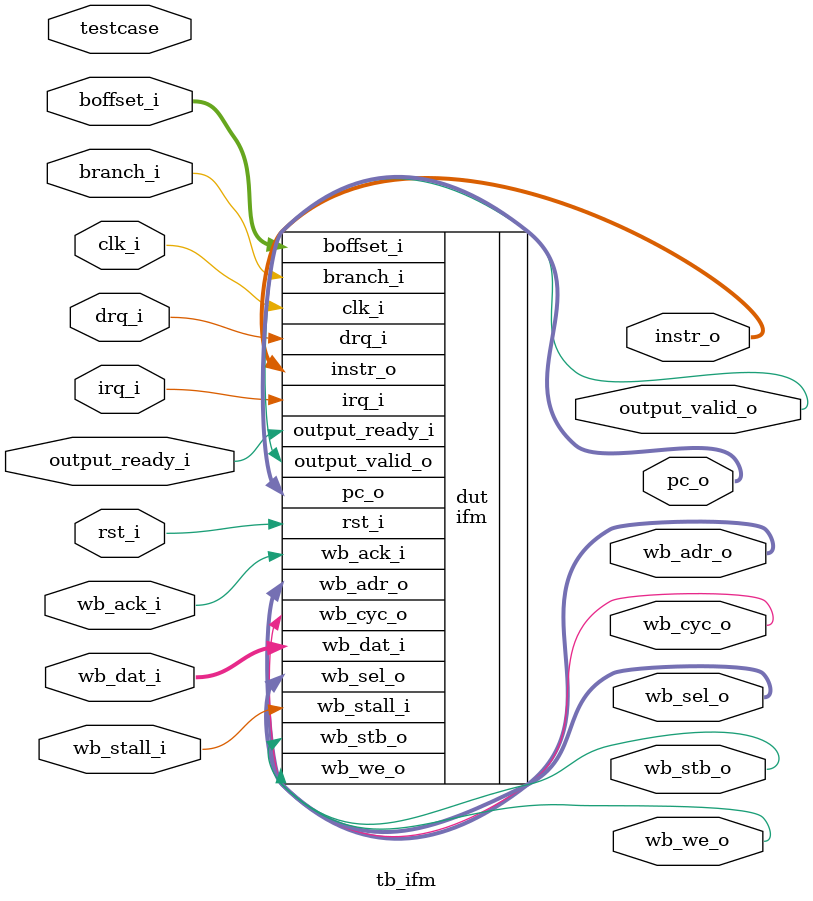
<source format=sv>
/*           __        _
 *  ________/ /  ___ _(_)__  ___
 * / __/ __/ _ \/ _ `/ / _ \/ -_)
 * \__/\__/_//_/\_,_/_/_//_/\__/
 * 
 * Copyright (C) Clément Chaine
 * This file is part of ECAP5-DPROC <https://github.com/cchaine/ECAP5-DPROC>
 *
 * ECAP5-DPROC is free software: you can redistribute it and/or modify
 * it under the terms of the GNU General Public License as published by
 * the Free Software Foundation, either version 3 of the License, or
 * (at your option) any later version.
 *
 * ECAP5-DPROC is distributed in the hope that it will be useful,
 * but WITHOUT ANY WARRANTY; without even the implied warranty of
 * MERCHANTABILITY or FITNESS FOR A PARTICULAR PURPOSE.  See the
 * GNU General Public License for more details.
 *
 * You should have received a copy of the GNU General Public License
 * along with ECAP5-DPROC.  If not, see <http://www.gnu.org/licenses/>.
 */

module tb_ifm (
  input   int          testcase,
  
  input   logic        clk_i,
  input   logic        rst_i,
  input   logic        irq_i,
  input   logic        drq_i,
  input   logic        branch_i,
  input   logic[19:0]  boffset_i,
  /* Memory */
  output  logic[31:0]  wb_adr_o,
  input   logic[31:0]  wb_dat_i, 
  output  logic        wb_we_o,
  output  logic[3:0]   wb_sel_o,
  output  logic        wb_stb_o, 
  input   logic        wb_ack_i, 
  output  logic        wb_cyc_o, 
  input   logic        wb_stall_i,
  /* Output */
  output  logic[31:0]  instr_o,
  output  logic[31:0]  pc_o,
  input   logic        output_ready_i,
  output  logic        output_valid_o
);

ifm dut (
  .clk_i           (clk_i),
  .rst_i           (rst_i),
  .irq_i           (irq_i),
  .drq_i           (drq_i),
  .branch_i        (branch_i),
  .boffset_i       (boffset_i),
  .wb_adr_o        (wb_adr_o),
  .wb_dat_i        (wb_dat_i),
  .wb_we_o         (wb_we_o),
  .wb_sel_o        (wb_sel_o),
  .wb_stb_o        (wb_stb_o),
  .wb_ack_i        (wb_ack_i),
  .wb_cyc_o        (wb_cyc_o),
  .wb_stall_i      (wb_stall_i),
  .output_ready_i  (output_ready_i),
  .output_valid_o  (output_valid_o),
  .instr_o         (instr_o),
  .pc_o            (pc_o)
);

endmodule // tb_ifm

</source>
